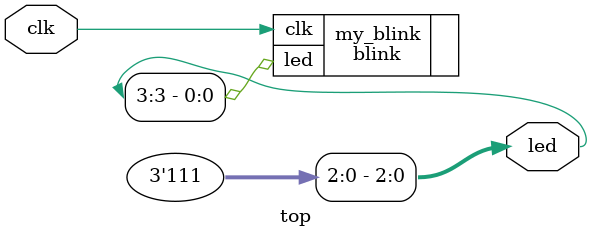
<source format=v>
/******************************************************************************
*                                                                             *
* Copyright 2016 myStorm Copyright and related                                *
* rights are licensed under the Solderpad Hardware License, Version 0.51      *
* (the “License”); you may not use this file except in compliance with        *
* the License. You may obtain a copy of the License at                        *
* http://solderpad.org/licenses/SHL-0.51. Unless required by applicable       *
* law or agreed to in writing, software, hardware and materials               *
* distributed under this License is distributed on an “AS IS” BASIS,          *
* WITHOUT WARRANTIES OR CONDITIONS OF ANY KIND, either express or             *
* implied. See the License for the specific language governing                *
* permissions and limitations under the License.                              *
*                                                                             *
******************************************************************************/
module top
#(parameter INIT=0)
(
  // 25MHz clock input
  input  clk,
  // Led outputs
  output [3:0] led
);

  // turn other leds off (active low)
  assign led[2:0] = 3'b111;

  blink #(.INIT(INIT)) my_blink
  (
    .clk   (clk),
    .led (led[3])
  );

endmodule

</source>
